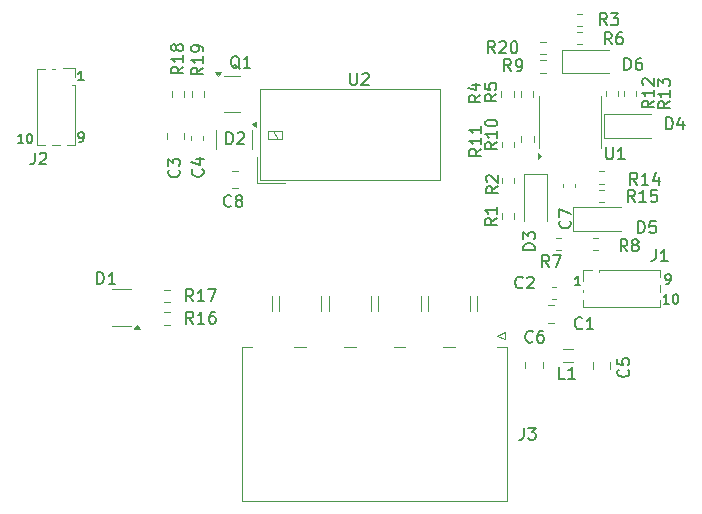
<source format=gbr>
%TF.GenerationSoftware,KiCad,Pcbnew,8.99.0-1891-ge2bd76bdce*%
%TF.CreationDate,2024-11-18T13:52:10+02:00*%
%TF.ProjectId,mini_board_relay_analog,6d696e69-5f62-46f6-9172-645f72656c61,rev?*%
%TF.SameCoordinates,Original*%
%TF.FileFunction,Legend,Top*%
%TF.FilePolarity,Positive*%
%FSLAX46Y46*%
G04 Gerber Fmt 4.6, Leading zero omitted, Abs format (unit mm)*
G04 Created by KiCad (PCBNEW 8.99.0-1891-ge2bd76bdce) date 2024-11-18 13:52:10*
%MOMM*%
%LPD*%
G01*
G04 APERTURE LIST*
%ADD10C,0.200000*%
%ADD11C,0.150000*%
%ADD12C,0.120000*%
G04 APERTURE END LIST*
D10*
X104421101Y-96191695D02*
X103963958Y-96191695D01*
X104192530Y-96191695D02*
X104192530Y-95391695D01*
X104192530Y-95391695D02*
X104116339Y-95505980D01*
X104116339Y-95505980D02*
X104040149Y-95582171D01*
X104040149Y-95582171D02*
X103963958Y-95620266D01*
X153720149Y-113411695D02*
X153872530Y-113411695D01*
X153872530Y-113411695D02*
X153948720Y-113373600D01*
X153948720Y-113373600D02*
X153986816Y-113335504D01*
X153986816Y-113335504D02*
X154063006Y-113221219D01*
X154063006Y-113221219D02*
X154101101Y-113068838D01*
X154101101Y-113068838D02*
X154101101Y-112764076D01*
X154101101Y-112764076D02*
X154063006Y-112687885D01*
X154063006Y-112687885D02*
X154024911Y-112649790D01*
X154024911Y-112649790D02*
X153948720Y-112611695D01*
X153948720Y-112611695D02*
X153796339Y-112611695D01*
X153796339Y-112611695D02*
X153720149Y-112649790D01*
X153720149Y-112649790D02*
X153682054Y-112687885D01*
X153682054Y-112687885D02*
X153643958Y-112764076D01*
X153643958Y-112764076D02*
X153643958Y-112954552D01*
X153643958Y-112954552D02*
X153682054Y-113030742D01*
X153682054Y-113030742D02*
X153720149Y-113068838D01*
X153720149Y-113068838D02*
X153796339Y-113106933D01*
X153796339Y-113106933D02*
X153948720Y-113106933D01*
X153948720Y-113106933D02*
X154024911Y-113068838D01*
X154024911Y-113068838D02*
X154063006Y-113030742D01*
X154063006Y-113030742D02*
X154101101Y-112954552D01*
X99291101Y-101501695D02*
X98833958Y-101501695D01*
X99062530Y-101501695D02*
X99062530Y-100701695D01*
X99062530Y-100701695D02*
X98986339Y-100815980D01*
X98986339Y-100815980D02*
X98910149Y-100892171D01*
X98910149Y-100892171D02*
X98833958Y-100930266D01*
X99786340Y-100701695D02*
X99862530Y-100701695D01*
X99862530Y-100701695D02*
X99938721Y-100739790D01*
X99938721Y-100739790D02*
X99976816Y-100777885D01*
X99976816Y-100777885D02*
X100014911Y-100854076D01*
X100014911Y-100854076D02*
X100053006Y-101006457D01*
X100053006Y-101006457D02*
X100053006Y-101196933D01*
X100053006Y-101196933D02*
X100014911Y-101349314D01*
X100014911Y-101349314D02*
X99976816Y-101425504D01*
X99976816Y-101425504D02*
X99938721Y-101463600D01*
X99938721Y-101463600D02*
X99862530Y-101501695D01*
X99862530Y-101501695D02*
X99786340Y-101501695D01*
X99786340Y-101501695D02*
X99710149Y-101463600D01*
X99710149Y-101463600D02*
X99672054Y-101425504D01*
X99672054Y-101425504D02*
X99633959Y-101349314D01*
X99633959Y-101349314D02*
X99595863Y-101196933D01*
X99595863Y-101196933D02*
X99595863Y-101006457D01*
X99595863Y-101006457D02*
X99633959Y-100854076D01*
X99633959Y-100854076D02*
X99672054Y-100777885D01*
X99672054Y-100777885D02*
X99710149Y-100739790D01*
X99710149Y-100739790D02*
X99786340Y-100701695D01*
X146451101Y-113551695D02*
X145993958Y-113551695D01*
X146222530Y-113551695D02*
X146222530Y-112751695D01*
X146222530Y-112751695D02*
X146146339Y-112865980D01*
X146146339Y-112865980D02*
X146070149Y-112942171D01*
X146070149Y-112942171D02*
X145993958Y-112980266D01*
X104040149Y-101391695D02*
X104192530Y-101391695D01*
X104192530Y-101391695D02*
X104268720Y-101353600D01*
X104268720Y-101353600D02*
X104306816Y-101315504D01*
X104306816Y-101315504D02*
X104383006Y-101201219D01*
X104383006Y-101201219D02*
X104421101Y-101048838D01*
X104421101Y-101048838D02*
X104421101Y-100744076D01*
X104421101Y-100744076D02*
X104383006Y-100667885D01*
X104383006Y-100667885D02*
X104344911Y-100629790D01*
X104344911Y-100629790D02*
X104268720Y-100591695D01*
X104268720Y-100591695D02*
X104116339Y-100591695D01*
X104116339Y-100591695D02*
X104040149Y-100629790D01*
X104040149Y-100629790D02*
X104002054Y-100667885D01*
X104002054Y-100667885D02*
X103963958Y-100744076D01*
X103963958Y-100744076D02*
X103963958Y-100934552D01*
X103963958Y-100934552D02*
X104002054Y-101010742D01*
X104002054Y-101010742D02*
X104040149Y-101048838D01*
X104040149Y-101048838D02*
X104116339Y-101086933D01*
X104116339Y-101086933D02*
X104268720Y-101086933D01*
X104268720Y-101086933D02*
X104344911Y-101048838D01*
X104344911Y-101048838D02*
X104383006Y-101010742D01*
X104383006Y-101010742D02*
X104421101Y-100934552D01*
X153971101Y-115091695D02*
X153513958Y-115091695D01*
X153742530Y-115091695D02*
X153742530Y-114291695D01*
X153742530Y-114291695D02*
X153666339Y-114405980D01*
X153666339Y-114405980D02*
X153590149Y-114482171D01*
X153590149Y-114482171D02*
X153513958Y-114520266D01*
X154466340Y-114291695D02*
X154542530Y-114291695D01*
X154542530Y-114291695D02*
X154618721Y-114329790D01*
X154618721Y-114329790D02*
X154656816Y-114367885D01*
X154656816Y-114367885D02*
X154694911Y-114444076D01*
X154694911Y-114444076D02*
X154733006Y-114596457D01*
X154733006Y-114596457D02*
X154733006Y-114786933D01*
X154733006Y-114786933D02*
X154694911Y-114939314D01*
X154694911Y-114939314D02*
X154656816Y-115015504D01*
X154656816Y-115015504D02*
X154618721Y-115053600D01*
X154618721Y-115053600D02*
X154542530Y-115091695D01*
X154542530Y-115091695D02*
X154466340Y-115091695D01*
X154466340Y-115091695D02*
X154390149Y-115053600D01*
X154390149Y-115053600D02*
X154352054Y-115015504D01*
X154352054Y-115015504D02*
X154313959Y-114939314D01*
X154313959Y-114939314D02*
X154275863Y-114786933D01*
X154275863Y-114786933D02*
X154275863Y-114596457D01*
X154275863Y-114596457D02*
X154313959Y-114444076D01*
X154313959Y-114444076D02*
X154352054Y-114367885D01*
X154352054Y-114367885D02*
X154390149Y-114329790D01*
X154390149Y-114329790D02*
X154466340Y-114291695D01*
D11*
X146603333Y-117159580D02*
X146555714Y-117207200D01*
X146555714Y-117207200D02*
X146412857Y-117254819D01*
X146412857Y-117254819D02*
X146317619Y-117254819D01*
X146317619Y-117254819D02*
X146174762Y-117207200D01*
X146174762Y-117207200D02*
X146079524Y-117111961D01*
X146079524Y-117111961D02*
X146031905Y-117016723D01*
X146031905Y-117016723D02*
X145984286Y-116826247D01*
X145984286Y-116826247D02*
X145984286Y-116683390D01*
X145984286Y-116683390D02*
X146031905Y-116492914D01*
X146031905Y-116492914D02*
X146079524Y-116397676D01*
X146079524Y-116397676D02*
X146174762Y-116302438D01*
X146174762Y-116302438D02*
X146317619Y-116254819D01*
X146317619Y-116254819D02*
X146412857Y-116254819D01*
X146412857Y-116254819D02*
X146555714Y-116302438D01*
X146555714Y-116302438D02*
X146603333Y-116350057D01*
X147555714Y-117254819D02*
X146984286Y-117254819D01*
X147270000Y-117254819D02*
X147270000Y-116254819D01*
X147270000Y-116254819D02*
X147174762Y-116397676D01*
X147174762Y-116397676D02*
X147079524Y-116492914D01*
X147079524Y-116492914D02*
X146984286Y-116540533D01*
X112449580Y-103766666D02*
X112497200Y-103814285D01*
X112497200Y-103814285D02*
X112544819Y-103957142D01*
X112544819Y-103957142D02*
X112544819Y-104052380D01*
X112544819Y-104052380D02*
X112497200Y-104195237D01*
X112497200Y-104195237D02*
X112401961Y-104290475D01*
X112401961Y-104290475D02*
X112306723Y-104338094D01*
X112306723Y-104338094D02*
X112116247Y-104385713D01*
X112116247Y-104385713D02*
X111973390Y-104385713D01*
X111973390Y-104385713D02*
X111782914Y-104338094D01*
X111782914Y-104338094D02*
X111687676Y-104290475D01*
X111687676Y-104290475D02*
X111592438Y-104195237D01*
X111592438Y-104195237D02*
X111544819Y-104052380D01*
X111544819Y-104052380D02*
X111544819Y-103957142D01*
X111544819Y-103957142D02*
X111592438Y-103814285D01*
X111592438Y-103814285D02*
X111640057Y-103766666D01*
X111544819Y-103433332D02*
X111544819Y-102814285D01*
X111544819Y-102814285D02*
X111925771Y-103147618D01*
X111925771Y-103147618D02*
X111925771Y-103004761D01*
X111925771Y-103004761D02*
X111973390Y-102909523D01*
X111973390Y-102909523D02*
X112021009Y-102861904D01*
X112021009Y-102861904D02*
X112116247Y-102814285D01*
X112116247Y-102814285D02*
X112354342Y-102814285D01*
X112354342Y-102814285D02*
X112449580Y-102861904D01*
X112449580Y-102861904D02*
X112497200Y-102909523D01*
X112497200Y-102909523D02*
X112544819Y-103004761D01*
X112544819Y-103004761D02*
X112544819Y-103290475D01*
X112544819Y-103290475D02*
X112497200Y-103385713D01*
X112497200Y-103385713D02*
X112449580Y-103433332D01*
X152674819Y-97917857D02*
X152198628Y-98251190D01*
X152674819Y-98489285D02*
X151674819Y-98489285D01*
X151674819Y-98489285D02*
X151674819Y-98108333D01*
X151674819Y-98108333D02*
X151722438Y-98013095D01*
X151722438Y-98013095D02*
X151770057Y-97965476D01*
X151770057Y-97965476D02*
X151865295Y-97917857D01*
X151865295Y-97917857D02*
X152008152Y-97917857D01*
X152008152Y-97917857D02*
X152103390Y-97965476D01*
X152103390Y-97965476D02*
X152151009Y-98013095D01*
X152151009Y-98013095D02*
X152198628Y-98108333D01*
X152198628Y-98108333D02*
X152198628Y-98489285D01*
X152674819Y-96965476D02*
X152674819Y-97536904D01*
X152674819Y-97251190D02*
X151674819Y-97251190D01*
X151674819Y-97251190D02*
X151817676Y-97346428D01*
X151817676Y-97346428D02*
X151912914Y-97441666D01*
X151912914Y-97441666D02*
X151960533Y-97536904D01*
X151770057Y-96584523D02*
X151722438Y-96536904D01*
X151722438Y-96536904D02*
X151674819Y-96441666D01*
X151674819Y-96441666D02*
X151674819Y-96203571D01*
X151674819Y-96203571D02*
X151722438Y-96108333D01*
X151722438Y-96108333D02*
X151770057Y-96060714D01*
X151770057Y-96060714D02*
X151865295Y-96013095D01*
X151865295Y-96013095D02*
X151960533Y-96013095D01*
X151960533Y-96013095D02*
X152103390Y-96060714D01*
X152103390Y-96060714D02*
X152674819Y-96632142D01*
X152674819Y-96632142D02*
X152674819Y-96013095D01*
X153711905Y-100334819D02*
X153711905Y-99334819D01*
X153711905Y-99334819D02*
X153950000Y-99334819D01*
X153950000Y-99334819D02*
X154092857Y-99382438D01*
X154092857Y-99382438D02*
X154188095Y-99477676D01*
X154188095Y-99477676D02*
X154235714Y-99572914D01*
X154235714Y-99572914D02*
X154283333Y-99763390D01*
X154283333Y-99763390D02*
X154283333Y-99906247D01*
X154283333Y-99906247D02*
X154235714Y-100096723D01*
X154235714Y-100096723D02*
X154188095Y-100191961D01*
X154188095Y-100191961D02*
X154092857Y-100287200D01*
X154092857Y-100287200D02*
X153950000Y-100334819D01*
X153950000Y-100334819D02*
X153711905Y-100334819D01*
X155140476Y-99668152D02*
X155140476Y-100334819D01*
X154902381Y-99287200D02*
X154664286Y-100001485D01*
X154664286Y-100001485D02*
X155283333Y-100001485D01*
X116491905Y-101594819D02*
X116491905Y-100594819D01*
X116491905Y-100594819D02*
X116730000Y-100594819D01*
X116730000Y-100594819D02*
X116872857Y-100642438D01*
X116872857Y-100642438D02*
X116968095Y-100737676D01*
X116968095Y-100737676D02*
X117015714Y-100832914D01*
X117015714Y-100832914D02*
X117063333Y-101023390D01*
X117063333Y-101023390D02*
X117063333Y-101166247D01*
X117063333Y-101166247D02*
X117015714Y-101356723D01*
X117015714Y-101356723D02*
X116968095Y-101451961D01*
X116968095Y-101451961D02*
X116872857Y-101547200D01*
X116872857Y-101547200D02*
X116730000Y-101594819D01*
X116730000Y-101594819D02*
X116491905Y-101594819D01*
X117444286Y-100690057D02*
X117491905Y-100642438D01*
X117491905Y-100642438D02*
X117587143Y-100594819D01*
X117587143Y-100594819D02*
X117825238Y-100594819D01*
X117825238Y-100594819D02*
X117920476Y-100642438D01*
X117920476Y-100642438D02*
X117968095Y-100690057D01*
X117968095Y-100690057D02*
X118015714Y-100785295D01*
X118015714Y-100785295D02*
X118015714Y-100880533D01*
X118015714Y-100880533D02*
X117968095Y-101023390D01*
X117968095Y-101023390D02*
X117396667Y-101594819D01*
X117396667Y-101594819D02*
X118015714Y-101594819D01*
X139364819Y-107856666D02*
X138888628Y-108189999D01*
X139364819Y-108428094D02*
X138364819Y-108428094D01*
X138364819Y-108428094D02*
X138364819Y-108047142D01*
X138364819Y-108047142D02*
X138412438Y-107951904D01*
X138412438Y-107951904D02*
X138460057Y-107904285D01*
X138460057Y-107904285D02*
X138555295Y-107856666D01*
X138555295Y-107856666D02*
X138698152Y-107856666D01*
X138698152Y-107856666D02*
X138793390Y-107904285D01*
X138793390Y-107904285D02*
X138841009Y-107951904D01*
X138841009Y-107951904D02*
X138888628Y-108047142D01*
X138888628Y-108047142D02*
X138888628Y-108428094D01*
X139364819Y-106904285D02*
X139364819Y-107475713D01*
X139364819Y-107189999D02*
X138364819Y-107189999D01*
X138364819Y-107189999D02*
X138507676Y-107285237D01*
X138507676Y-107285237D02*
X138602914Y-107380475D01*
X138602914Y-107380475D02*
X138650533Y-107475713D01*
X148648095Y-101874819D02*
X148648095Y-102684342D01*
X148648095Y-102684342D02*
X148695714Y-102779580D01*
X148695714Y-102779580D02*
X148743333Y-102827200D01*
X148743333Y-102827200D02*
X148838571Y-102874819D01*
X148838571Y-102874819D02*
X149029047Y-102874819D01*
X149029047Y-102874819D02*
X149124285Y-102827200D01*
X149124285Y-102827200D02*
X149171904Y-102779580D01*
X149171904Y-102779580D02*
X149219523Y-102684342D01*
X149219523Y-102684342D02*
X149219523Y-101874819D01*
X150219523Y-102874819D02*
X149648095Y-102874819D01*
X149933809Y-102874819D02*
X149933809Y-101874819D01*
X149933809Y-101874819D02*
X149838571Y-102017676D01*
X149838571Y-102017676D02*
X149743333Y-102112914D01*
X149743333Y-102112914D02*
X149648095Y-102160533D01*
X145163333Y-121464819D02*
X144687143Y-121464819D01*
X144687143Y-121464819D02*
X144687143Y-120464819D01*
X146020476Y-121464819D02*
X145449048Y-121464819D01*
X145734762Y-121464819D02*
X145734762Y-120464819D01*
X145734762Y-120464819D02*
X145639524Y-120607676D01*
X145639524Y-120607676D02*
X145544286Y-120702914D01*
X145544286Y-120702914D02*
X145449048Y-120750533D01*
X137984819Y-97426666D02*
X137508628Y-97759999D01*
X137984819Y-97998094D02*
X136984819Y-97998094D01*
X136984819Y-97998094D02*
X136984819Y-97617142D01*
X136984819Y-97617142D02*
X137032438Y-97521904D01*
X137032438Y-97521904D02*
X137080057Y-97474285D01*
X137080057Y-97474285D02*
X137175295Y-97426666D01*
X137175295Y-97426666D02*
X137318152Y-97426666D01*
X137318152Y-97426666D02*
X137413390Y-97474285D01*
X137413390Y-97474285D02*
X137461009Y-97521904D01*
X137461009Y-97521904D02*
X137508628Y-97617142D01*
X137508628Y-97617142D02*
X137508628Y-97998094D01*
X137318152Y-96569523D02*
X137984819Y-96569523D01*
X136937200Y-96807618D02*
X137651485Y-97045713D01*
X137651485Y-97045713D02*
X137651485Y-96426666D01*
X114514819Y-95122857D02*
X114038628Y-95456190D01*
X114514819Y-95694285D02*
X113514819Y-95694285D01*
X113514819Y-95694285D02*
X113514819Y-95313333D01*
X113514819Y-95313333D02*
X113562438Y-95218095D01*
X113562438Y-95218095D02*
X113610057Y-95170476D01*
X113610057Y-95170476D02*
X113705295Y-95122857D01*
X113705295Y-95122857D02*
X113848152Y-95122857D01*
X113848152Y-95122857D02*
X113943390Y-95170476D01*
X113943390Y-95170476D02*
X113991009Y-95218095D01*
X113991009Y-95218095D02*
X114038628Y-95313333D01*
X114038628Y-95313333D02*
X114038628Y-95694285D01*
X114514819Y-94170476D02*
X114514819Y-94741904D01*
X114514819Y-94456190D02*
X113514819Y-94456190D01*
X113514819Y-94456190D02*
X113657676Y-94551428D01*
X113657676Y-94551428D02*
X113752914Y-94646666D01*
X113752914Y-94646666D02*
X113800533Y-94741904D01*
X114514819Y-93694285D02*
X114514819Y-93503809D01*
X114514819Y-93503809D02*
X114467200Y-93408571D01*
X114467200Y-93408571D02*
X114419580Y-93360952D01*
X114419580Y-93360952D02*
X114276723Y-93265714D01*
X114276723Y-93265714D02*
X114086247Y-93218095D01*
X114086247Y-93218095D02*
X113705295Y-93218095D01*
X113705295Y-93218095D02*
X113610057Y-93265714D01*
X113610057Y-93265714D02*
X113562438Y-93313333D01*
X113562438Y-93313333D02*
X113514819Y-93408571D01*
X113514819Y-93408571D02*
X113514819Y-93599047D01*
X113514819Y-93599047D02*
X113562438Y-93694285D01*
X113562438Y-93694285D02*
X113610057Y-93741904D01*
X113610057Y-93741904D02*
X113705295Y-93789523D01*
X113705295Y-93789523D02*
X113943390Y-93789523D01*
X113943390Y-93789523D02*
X114038628Y-93741904D01*
X114038628Y-93741904D02*
X114086247Y-93694285D01*
X114086247Y-93694285D02*
X114133866Y-93599047D01*
X114133866Y-93599047D02*
X114133866Y-93408571D01*
X114133866Y-93408571D02*
X114086247Y-93313333D01*
X114086247Y-93313333D02*
X114038628Y-93265714D01*
X114038628Y-93265714D02*
X113943390Y-93218095D01*
X139227142Y-93884819D02*
X138893809Y-93408628D01*
X138655714Y-93884819D02*
X138655714Y-92884819D01*
X138655714Y-92884819D02*
X139036666Y-92884819D01*
X139036666Y-92884819D02*
X139131904Y-92932438D01*
X139131904Y-92932438D02*
X139179523Y-92980057D01*
X139179523Y-92980057D02*
X139227142Y-93075295D01*
X139227142Y-93075295D02*
X139227142Y-93218152D01*
X139227142Y-93218152D02*
X139179523Y-93313390D01*
X139179523Y-93313390D02*
X139131904Y-93361009D01*
X139131904Y-93361009D02*
X139036666Y-93408628D01*
X139036666Y-93408628D02*
X138655714Y-93408628D01*
X139608095Y-92980057D02*
X139655714Y-92932438D01*
X139655714Y-92932438D02*
X139750952Y-92884819D01*
X139750952Y-92884819D02*
X139989047Y-92884819D01*
X139989047Y-92884819D02*
X140084285Y-92932438D01*
X140084285Y-92932438D02*
X140131904Y-92980057D01*
X140131904Y-92980057D02*
X140179523Y-93075295D01*
X140179523Y-93075295D02*
X140179523Y-93170533D01*
X140179523Y-93170533D02*
X140131904Y-93313390D01*
X140131904Y-93313390D02*
X139560476Y-93884819D01*
X139560476Y-93884819D02*
X140179523Y-93884819D01*
X140798571Y-92884819D02*
X140893809Y-92884819D01*
X140893809Y-92884819D02*
X140989047Y-92932438D01*
X140989047Y-92932438D02*
X141036666Y-92980057D01*
X141036666Y-92980057D02*
X141084285Y-93075295D01*
X141084285Y-93075295D02*
X141131904Y-93265771D01*
X141131904Y-93265771D02*
X141131904Y-93503866D01*
X141131904Y-93503866D02*
X141084285Y-93694342D01*
X141084285Y-93694342D02*
X141036666Y-93789580D01*
X141036666Y-93789580D02*
X140989047Y-93837200D01*
X140989047Y-93837200D02*
X140893809Y-93884819D01*
X140893809Y-93884819D02*
X140798571Y-93884819D01*
X140798571Y-93884819D02*
X140703333Y-93837200D01*
X140703333Y-93837200D02*
X140655714Y-93789580D01*
X140655714Y-93789580D02*
X140608095Y-93694342D01*
X140608095Y-93694342D02*
X140560476Y-93503866D01*
X140560476Y-93503866D02*
X140560476Y-93265771D01*
X140560476Y-93265771D02*
X140608095Y-93075295D01*
X140608095Y-93075295D02*
X140655714Y-92980057D01*
X140655714Y-92980057D02*
X140703333Y-92932438D01*
X140703333Y-92932438D02*
X140798571Y-92884819D01*
X142614819Y-110558094D02*
X141614819Y-110558094D01*
X141614819Y-110558094D02*
X141614819Y-110319999D01*
X141614819Y-110319999D02*
X141662438Y-110177142D01*
X141662438Y-110177142D02*
X141757676Y-110081904D01*
X141757676Y-110081904D02*
X141852914Y-110034285D01*
X141852914Y-110034285D02*
X142043390Y-109986666D01*
X142043390Y-109986666D02*
X142186247Y-109986666D01*
X142186247Y-109986666D02*
X142376723Y-110034285D01*
X142376723Y-110034285D02*
X142471961Y-110081904D01*
X142471961Y-110081904D02*
X142567200Y-110177142D01*
X142567200Y-110177142D02*
X142614819Y-110319999D01*
X142614819Y-110319999D02*
X142614819Y-110558094D01*
X141614819Y-109653332D02*
X141614819Y-109034285D01*
X141614819Y-109034285D02*
X141995771Y-109367618D01*
X141995771Y-109367618D02*
X141995771Y-109224761D01*
X141995771Y-109224761D02*
X142043390Y-109129523D01*
X142043390Y-109129523D02*
X142091009Y-109081904D01*
X142091009Y-109081904D02*
X142186247Y-109034285D01*
X142186247Y-109034285D02*
X142424342Y-109034285D01*
X142424342Y-109034285D02*
X142519580Y-109081904D01*
X142519580Y-109081904D02*
X142567200Y-109129523D01*
X142567200Y-109129523D02*
X142614819Y-109224761D01*
X142614819Y-109224761D02*
X142614819Y-109510475D01*
X142614819Y-109510475D02*
X142567200Y-109605713D01*
X142567200Y-109605713D02*
X142519580Y-109653332D01*
X139464819Y-105176666D02*
X138988628Y-105509999D01*
X139464819Y-105748094D02*
X138464819Y-105748094D01*
X138464819Y-105748094D02*
X138464819Y-105367142D01*
X138464819Y-105367142D02*
X138512438Y-105271904D01*
X138512438Y-105271904D02*
X138560057Y-105224285D01*
X138560057Y-105224285D02*
X138655295Y-105176666D01*
X138655295Y-105176666D02*
X138798152Y-105176666D01*
X138798152Y-105176666D02*
X138893390Y-105224285D01*
X138893390Y-105224285D02*
X138941009Y-105271904D01*
X138941009Y-105271904D02*
X138988628Y-105367142D01*
X138988628Y-105367142D02*
X138988628Y-105748094D01*
X138560057Y-104795713D02*
X138512438Y-104748094D01*
X138512438Y-104748094D02*
X138464819Y-104652856D01*
X138464819Y-104652856D02*
X138464819Y-104414761D01*
X138464819Y-104414761D02*
X138512438Y-104319523D01*
X138512438Y-104319523D02*
X138560057Y-104271904D01*
X138560057Y-104271904D02*
X138655295Y-104224285D01*
X138655295Y-104224285D02*
X138750533Y-104224285D01*
X138750533Y-104224285D02*
X138893390Y-104271904D01*
X138893390Y-104271904D02*
X139464819Y-104843332D01*
X139464819Y-104843332D02*
X139464819Y-104224285D01*
X149103333Y-93134819D02*
X148770000Y-92658628D01*
X148531905Y-93134819D02*
X148531905Y-92134819D01*
X148531905Y-92134819D02*
X148912857Y-92134819D01*
X148912857Y-92134819D02*
X149008095Y-92182438D01*
X149008095Y-92182438D02*
X149055714Y-92230057D01*
X149055714Y-92230057D02*
X149103333Y-92325295D01*
X149103333Y-92325295D02*
X149103333Y-92468152D01*
X149103333Y-92468152D02*
X149055714Y-92563390D01*
X149055714Y-92563390D02*
X149008095Y-92611009D01*
X149008095Y-92611009D02*
X148912857Y-92658628D01*
X148912857Y-92658628D02*
X148531905Y-92658628D01*
X149960476Y-92134819D02*
X149770000Y-92134819D01*
X149770000Y-92134819D02*
X149674762Y-92182438D01*
X149674762Y-92182438D02*
X149627143Y-92230057D01*
X149627143Y-92230057D02*
X149531905Y-92372914D01*
X149531905Y-92372914D02*
X149484286Y-92563390D01*
X149484286Y-92563390D02*
X149484286Y-92944342D01*
X149484286Y-92944342D02*
X149531905Y-93039580D01*
X149531905Y-93039580D02*
X149579524Y-93087200D01*
X149579524Y-93087200D02*
X149674762Y-93134819D01*
X149674762Y-93134819D02*
X149865238Y-93134819D01*
X149865238Y-93134819D02*
X149960476Y-93087200D01*
X149960476Y-93087200D02*
X150008095Y-93039580D01*
X150008095Y-93039580D02*
X150055714Y-92944342D01*
X150055714Y-92944342D02*
X150055714Y-92706247D01*
X150055714Y-92706247D02*
X150008095Y-92611009D01*
X150008095Y-92611009D02*
X149960476Y-92563390D01*
X149960476Y-92563390D02*
X149865238Y-92515771D01*
X149865238Y-92515771D02*
X149674762Y-92515771D01*
X149674762Y-92515771D02*
X149579524Y-92563390D01*
X149579524Y-92563390D02*
X149531905Y-92611009D01*
X149531905Y-92611009D02*
X149484286Y-92706247D01*
X138054819Y-101982857D02*
X137578628Y-102316190D01*
X138054819Y-102554285D02*
X137054819Y-102554285D01*
X137054819Y-102554285D02*
X137054819Y-102173333D01*
X137054819Y-102173333D02*
X137102438Y-102078095D01*
X137102438Y-102078095D02*
X137150057Y-102030476D01*
X137150057Y-102030476D02*
X137245295Y-101982857D01*
X137245295Y-101982857D02*
X137388152Y-101982857D01*
X137388152Y-101982857D02*
X137483390Y-102030476D01*
X137483390Y-102030476D02*
X137531009Y-102078095D01*
X137531009Y-102078095D02*
X137578628Y-102173333D01*
X137578628Y-102173333D02*
X137578628Y-102554285D01*
X138054819Y-101030476D02*
X138054819Y-101601904D01*
X138054819Y-101316190D02*
X137054819Y-101316190D01*
X137054819Y-101316190D02*
X137197676Y-101411428D01*
X137197676Y-101411428D02*
X137292914Y-101506666D01*
X137292914Y-101506666D02*
X137340533Y-101601904D01*
X138054819Y-100078095D02*
X138054819Y-100649523D01*
X138054819Y-100363809D02*
X137054819Y-100363809D01*
X137054819Y-100363809D02*
X137197676Y-100459047D01*
X137197676Y-100459047D02*
X137292914Y-100554285D01*
X137292914Y-100554285D02*
X137340533Y-100649523D01*
X113677142Y-114884819D02*
X113343809Y-114408628D01*
X113105714Y-114884819D02*
X113105714Y-113884819D01*
X113105714Y-113884819D02*
X113486666Y-113884819D01*
X113486666Y-113884819D02*
X113581904Y-113932438D01*
X113581904Y-113932438D02*
X113629523Y-113980057D01*
X113629523Y-113980057D02*
X113677142Y-114075295D01*
X113677142Y-114075295D02*
X113677142Y-114218152D01*
X113677142Y-114218152D02*
X113629523Y-114313390D01*
X113629523Y-114313390D02*
X113581904Y-114361009D01*
X113581904Y-114361009D02*
X113486666Y-114408628D01*
X113486666Y-114408628D02*
X113105714Y-114408628D01*
X114629523Y-114884819D02*
X114058095Y-114884819D01*
X114343809Y-114884819D02*
X114343809Y-113884819D01*
X114343809Y-113884819D02*
X114248571Y-114027676D01*
X114248571Y-114027676D02*
X114153333Y-114122914D01*
X114153333Y-114122914D02*
X114058095Y-114170533D01*
X114962857Y-113884819D02*
X115629523Y-113884819D01*
X115629523Y-113884819D02*
X115200952Y-114884819D01*
X142423333Y-118299580D02*
X142375714Y-118347200D01*
X142375714Y-118347200D02*
X142232857Y-118394819D01*
X142232857Y-118394819D02*
X142137619Y-118394819D01*
X142137619Y-118394819D02*
X141994762Y-118347200D01*
X141994762Y-118347200D02*
X141899524Y-118251961D01*
X141899524Y-118251961D02*
X141851905Y-118156723D01*
X141851905Y-118156723D02*
X141804286Y-117966247D01*
X141804286Y-117966247D02*
X141804286Y-117823390D01*
X141804286Y-117823390D02*
X141851905Y-117632914D01*
X141851905Y-117632914D02*
X141899524Y-117537676D01*
X141899524Y-117537676D02*
X141994762Y-117442438D01*
X141994762Y-117442438D02*
X142137619Y-117394819D01*
X142137619Y-117394819D02*
X142232857Y-117394819D01*
X142232857Y-117394819D02*
X142375714Y-117442438D01*
X142375714Y-117442438D02*
X142423333Y-117490057D01*
X143280476Y-117394819D02*
X143090000Y-117394819D01*
X143090000Y-117394819D02*
X142994762Y-117442438D01*
X142994762Y-117442438D02*
X142947143Y-117490057D01*
X142947143Y-117490057D02*
X142851905Y-117632914D01*
X142851905Y-117632914D02*
X142804286Y-117823390D01*
X142804286Y-117823390D02*
X142804286Y-118204342D01*
X142804286Y-118204342D02*
X142851905Y-118299580D01*
X142851905Y-118299580D02*
X142899524Y-118347200D01*
X142899524Y-118347200D02*
X142994762Y-118394819D01*
X142994762Y-118394819D02*
X143185238Y-118394819D01*
X143185238Y-118394819D02*
X143280476Y-118347200D01*
X143280476Y-118347200D02*
X143328095Y-118299580D01*
X143328095Y-118299580D02*
X143375714Y-118204342D01*
X143375714Y-118204342D02*
X143375714Y-117966247D01*
X143375714Y-117966247D02*
X143328095Y-117871009D01*
X143328095Y-117871009D02*
X143280476Y-117823390D01*
X143280476Y-117823390D02*
X143185238Y-117775771D01*
X143185238Y-117775771D02*
X142994762Y-117775771D01*
X142994762Y-117775771D02*
X142899524Y-117823390D01*
X142899524Y-117823390D02*
X142851905Y-117871009D01*
X142851905Y-117871009D02*
X142804286Y-117966247D01*
X117614761Y-95220057D02*
X117519523Y-95172438D01*
X117519523Y-95172438D02*
X117424285Y-95077200D01*
X117424285Y-95077200D02*
X117281428Y-94934342D01*
X117281428Y-94934342D02*
X117186190Y-94886723D01*
X117186190Y-94886723D02*
X117090952Y-94886723D01*
X117138571Y-95124819D02*
X117043333Y-95077200D01*
X117043333Y-95077200D02*
X116948095Y-94981961D01*
X116948095Y-94981961D02*
X116900476Y-94791485D01*
X116900476Y-94791485D02*
X116900476Y-94458152D01*
X116900476Y-94458152D02*
X116948095Y-94267676D01*
X116948095Y-94267676D02*
X117043333Y-94172438D01*
X117043333Y-94172438D02*
X117138571Y-94124819D01*
X117138571Y-94124819D02*
X117329047Y-94124819D01*
X117329047Y-94124819D02*
X117424285Y-94172438D01*
X117424285Y-94172438D02*
X117519523Y-94267676D01*
X117519523Y-94267676D02*
X117567142Y-94458152D01*
X117567142Y-94458152D02*
X117567142Y-94791485D01*
X117567142Y-94791485D02*
X117519523Y-94981961D01*
X117519523Y-94981961D02*
X117424285Y-95077200D01*
X117424285Y-95077200D02*
X117329047Y-95124819D01*
X117329047Y-95124819D02*
X117138571Y-95124819D01*
X118519523Y-95124819D02*
X117948095Y-95124819D01*
X118233809Y-95124819D02*
X118233809Y-94124819D01*
X118233809Y-94124819D02*
X118138571Y-94267676D01*
X118138571Y-94267676D02*
X118043333Y-94362914D01*
X118043333Y-94362914D02*
X117948095Y-94410533D01*
X139344819Y-97346666D02*
X138868628Y-97679999D01*
X139344819Y-97918094D02*
X138344819Y-97918094D01*
X138344819Y-97918094D02*
X138344819Y-97537142D01*
X138344819Y-97537142D02*
X138392438Y-97441904D01*
X138392438Y-97441904D02*
X138440057Y-97394285D01*
X138440057Y-97394285D02*
X138535295Y-97346666D01*
X138535295Y-97346666D02*
X138678152Y-97346666D01*
X138678152Y-97346666D02*
X138773390Y-97394285D01*
X138773390Y-97394285D02*
X138821009Y-97441904D01*
X138821009Y-97441904D02*
X138868628Y-97537142D01*
X138868628Y-97537142D02*
X138868628Y-97918094D01*
X138344819Y-96441904D02*
X138344819Y-96918094D01*
X138344819Y-96918094D02*
X138821009Y-96965713D01*
X138821009Y-96965713D02*
X138773390Y-96918094D01*
X138773390Y-96918094D02*
X138725771Y-96822856D01*
X138725771Y-96822856D02*
X138725771Y-96584761D01*
X138725771Y-96584761D02*
X138773390Y-96489523D01*
X138773390Y-96489523D02*
X138821009Y-96441904D01*
X138821009Y-96441904D02*
X138916247Y-96394285D01*
X138916247Y-96394285D02*
X139154342Y-96394285D01*
X139154342Y-96394285D02*
X139249580Y-96441904D01*
X139249580Y-96441904D02*
X139297200Y-96489523D01*
X139297200Y-96489523D02*
X139344819Y-96584761D01*
X139344819Y-96584761D02*
X139344819Y-96822856D01*
X139344819Y-96822856D02*
X139297200Y-96918094D01*
X139297200Y-96918094D02*
X139249580Y-96965713D01*
X112824819Y-95032857D02*
X112348628Y-95366190D01*
X112824819Y-95604285D02*
X111824819Y-95604285D01*
X111824819Y-95604285D02*
X111824819Y-95223333D01*
X111824819Y-95223333D02*
X111872438Y-95128095D01*
X111872438Y-95128095D02*
X111920057Y-95080476D01*
X111920057Y-95080476D02*
X112015295Y-95032857D01*
X112015295Y-95032857D02*
X112158152Y-95032857D01*
X112158152Y-95032857D02*
X112253390Y-95080476D01*
X112253390Y-95080476D02*
X112301009Y-95128095D01*
X112301009Y-95128095D02*
X112348628Y-95223333D01*
X112348628Y-95223333D02*
X112348628Y-95604285D01*
X112824819Y-94080476D02*
X112824819Y-94651904D01*
X112824819Y-94366190D02*
X111824819Y-94366190D01*
X111824819Y-94366190D02*
X111967676Y-94461428D01*
X111967676Y-94461428D02*
X112062914Y-94556666D01*
X112062914Y-94556666D02*
X112110533Y-94651904D01*
X112253390Y-93509047D02*
X112205771Y-93604285D01*
X112205771Y-93604285D02*
X112158152Y-93651904D01*
X112158152Y-93651904D02*
X112062914Y-93699523D01*
X112062914Y-93699523D02*
X112015295Y-93699523D01*
X112015295Y-93699523D02*
X111920057Y-93651904D01*
X111920057Y-93651904D02*
X111872438Y-93604285D01*
X111872438Y-93604285D02*
X111824819Y-93509047D01*
X111824819Y-93509047D02*
X111824819Y-93318571D01*
X111824819Y-93318571D02*
X111872438Y-93223333D01*
X111872438Y-93223333D02*
X111920057Y-93175714D01*
X111920057Y-93175714D02*
X112015295Y-93128095D01*
X112015295Y-93128095D02*
X112062914Y-93128095D01*
X112062914Y-93128095D02*
X112158152Y-93175714D01*
X112158152Y-93175714D02*
X112205771Y-93223333D01*
X112205771Y-93223333D02*
X112253390Y-93318571D01*
X112253390Y-93318571D02*
X112253390Y-93509047D01*
X112253390Y-93509047D02*
X112301009Y-93604285D01*
X112301009Y-93604285D02*
X112348628Y-93651904D01*
X112348628Y-93651904D02*
X112443866Y-93699523D01*
X112443866Y-93699523D02*
X112634342Y-93699523D01*
X112634342Y-93699523D02*
X112729580Y-93651904D01*
X112729580Y-93651904D02*
X112777200Y-93604285D01*
X112777200Y-93604285D02*
X112824819Y-93509047D01*
X112824819Y-93509047D02*
X112824819Y-93318571D01*
X112824819Y-93318571D02*
X112777200Y-93223333D01*
X112777200Y-93223333D02*
X112729580Y-93175714D01*
X112729580Y-93175714D02*
X112634342Y-93128095D01*
X112634342Y-93128095D02*
X112443866Y-93128095D01*
X112443866Y-93128095D02*
X112348628Y-93175714D01*
X112348628Y-93175714D02*
X112301009Y-93223333D01*
X112301009Y-93223333D02*
X112253390Y-93318571D01*
X151077142Y-106484819D02*
X150743809Y-106008628D01*
X150505714Y-106484819D02*
X150505714Y-105484819D01*
X150505714Y-105484819D02*
X150886666Y-105484819D01*
X150886666Y-105484819D02*
X150981904Y-105532438D01*
X150981904Y-105532438D02*
X151029523Y-105580057D01*
X151029523Y-105580057D02*
X151077142Y-105675295D01*
X151077142Y-105675295D02*
X151077142Y-105818152D01*
X151077142Y-105818152D02*
X151029523Y-105913390D01*
X151029523Y-105913390D02*
X150981904Y-105961009D01*
X150981904Y-105961009D02*
X150886666Y-106008628D01*
X150886666Y-106008628D02*
X150505714Y-106008628D01*
X152029523Y-106484819D02*
X151458095Y-106484819D01*
X151743809Y-106484819D02*
X151743809Y-105484819D01*
X151743809Y-105484819D02*
X151648571Y-105627676D01*
X151648571Y-105627676D02*
X151553333Y-105722914D01*
X151553333Y-105722914D02*
X151458095Y-105770533D01*
X152934285Y-105484819D02*
X152458095Y-105484819D01*
X152458095Y-105484819D02*
X152410476Y-105961009D01*
X152410476Y-105961009D02*
X152458095Y-105913390D01*
X152458095Y-105913390D02*
X152553333Y-105865771D01*
X152553333Y-105865771D02*
X152791428Y-105865771D01*
X152791428Y-105865771D02*
X152886666Y-105913390D01*
X152886666Y-105913390D02*
X152934285Y-105961009D01*
X152934285Y-105961009D02*
X152981904Y-106056247D01*
X152981904Y-106056247D02*
X152981904Y-106294342D01*
X152981904Y-106294342D02*
X152934285Y-106389580D01*
X152934285Y-106389580D02*
X152886666Y-106437200D01*
X152886666Y-106437200D02*
X152791428Y-106484819D01*
X152791428Y-106484819D02*
X152553333Y-106484819D01*
X152553333Y-106484819D02*
X152458095Y-106437200D01*
X152458095Y-106437200D02*
X152410476Y-106389580D01*
X154034819Y-97972857D02*
X153558628Y-98306190D01*
X154034819Y-98544285D02*
X153034819Y-98544285D01*
X153034819Y-98544285D02*
X153034819Y-98163333D01*
X153034819Y-98163333D02*
X153082438Y-98068095D01*
X153082438Y-98068095D02*
X153130057Y-98020476D01*
X153130057Y-98020476D02*
X153225295Y-97972857D01*
X153225295Y-97972857D02*
X153368152Y-97972857D01*
X153368152Y-97972857D02*
X153463390Y-98020476D01*
X153463390Y-98020476D02*
X153511009Y-98068095D01*
X153511009Y-98068095D02*
X153558628Y-98163333D01*
X153558628Y-98163333D02*
X153558628Y-98544285D01*
X154034819Y-97020476D02*
X154034819Y-97591904D01*
X154034819Y-97306190D02*
X153034819Y-97306190D01*
X153034819Y-97306190D02*
X153177676Y-97401428D01*
X153177676Y-97401428D02*
X153272914Y-97496666D01*
X153272914Y-97496666D02*
X153320533Y-97591904D01*
X153034819Y-96687142D02*
X153034819Y-96068095D01*
X153034819Y-96068095D02*
X153415771Y-96401428D01*
X153415771Y-96401428D02*
X153415771Y-96258571D01*
X153415771Y-96258571D02*
X153463390Y-96163333D01*
X153463390Y-96163333D02*
X153511009Y-96115714D01*
X153511009Y-96115714D02*
X153606247Y-96068095D01*
X153606247Y-96068095D02*
X153844342Y-96068095D01*
X153844342Y-96068095D02*
X153939580Y-96115714D01*
X153939580Y-96115714D02*
X153987200Y-96163333D01*
X153987200Y-96163333D02*
X154034819Y-96258571D01*
X154034819Y-96258571D02*
X154034819Y-96544285D01*
X154034819Y-96544285D02*
X153987200Y-96639523D01*
X153987200Y-96639523D02*
X153939580Y-96687142D01*
X140583333Y-95404819D02*
X140250000Y-94928628D01*
X140011905Y-95404819D02*
X140011905Y-94404819D01*
X140011905Y-94404819D02*
X140392857Y-94404819D01*
X140392857Y-94404819D02*
X140488095Y-94452438D01*
X140488095Y-94452438D02*
X140535714Y-94500057D01*
X140535714Y-94500057D02*
X140583333Y-94595295D01*
X140583333Y-94595295D02*
X140583333Y-94738152D01*
X140583333Y-94738152D02*
X140535714Y-94833390D01*
X140535714Y-94833390D02*
X140488095Y-94881009D01*
X140488095Y-94881009D02*
X140392857Y-94928628D01*
X140392857Y-94928628D02*
X140011905Y-94928628D01*
X141059524Y-95404819D02*
X141250000Y-95404819D01*
X141250000Y-95404819D02*
X141345238Y-95357200D01*
X141345238Y-95357200D02*
X141392857Y-95309580D01*
X141392857Y-95309580D02*
X141488095Y-95166723D01*
X141488095Y-95166723D02*
X141535714Y-94976247D01*
X141535714Y-94976247D02*
X141535714Y-94595295D01*
X141535714Y-94595295D02*
X141488095Y-94500057D01*
X141488095Y-94500057D02*
X141440476Y-94452438D01*
X141440476Y-94452438D02*
X141345238Y-94404819D01*
X141345238Y-94404819D02*
X141154762Y-94404819D01*
X141154762Y-94404819D02*
X141059524Y-94452438D01*
X141059524Y-94452438D02*
X141011905Y-94500057D01*
X141011905Y-94500057D02*
X140964286Y-94595295D01*
X140964286Y-94595295D02*
X140964286Y-94833390D01*
X140964286Y-94833390D02*
X141011905Y-94928628D01*
X141011905Y-94928628D02*
X141059524Y-94976247D01*
X141059524Y-94976247D02*
X141154762Y-95023866D01*
X141154762Y-95023866D02*
X141345238Y-95023866D01*
X141345238Y-95023866D02*
X141440476Y-94976247D01*
X141440476Y-94976247D02*
X141488095Y-94928628D01*
X141488095Y-94928628D02*
X141535714Y-94833390D01*
X114459580Y-103716666D02*
X114507200Y-103764285D01*
X114507200Y-103764285D02*
X114554819Y-103907142D01*
X114554819Y-103907142D02*
X114554819Y-104002380D01*
X114554819Y-104002380D02*
X114507200Y-104145237D01*
X114507200Y-104145237D02*
X114411961Y-104240475D01*
X114411961Y-104240475D02*
X114316723Y-104288094D01*
X114316723Y-104288094D02*
X114126247Y-104335713D01*
X114126247Y-104335713D02*
X113983390Y-104335713D01*
X113983390Y-104335713D02*
X113792914Y-104288094D01*
X113792914Y-104288094D02*
X113697676Y-104240475D01*
X113697676Y-104240475D02*
X113602438Y-104145237D01*
X113602438Y-104145237D02*
X113554819Y-104002380D01*
X113554819Y-104002380D02*
X113554819Y-103907142D01*
X113554819Y-103907142D02*
X113602438Y-103764285D01*
X113602438Y-103764285D02*
X113650057Y-103716666D01*
X113888152Y-102859523D02*
X114554819Y-102859523D01*
X113507200Y-103097618D02*
X114221485Y-103335713D01*
X114221485Y-103335713D02*
X114221485Y-102716666D01*
X116883333Y-106809580D02*
X116835714Y-106857200D01*
X116835714Y-106857200D02*
X116692857Y-106904819D01*
X116692857Y-106904819D02*
X116597619Y-106904819D01*
X116597619Y-106904819D02*
X116454762Y-106857200D01*
X116454762Y-106857200D02*
X116359524Y-106761961D01*
X116359524Y-106761961D02*
X116311905Y-106666723D01*
X116311905Y-106666723D02*
X116264286Y-106476247D01*
X116264286Y-106476247D02*
X116264286Y-106333390D01*
X116264286Y-106333390D02*
X116311905Y-106142914D01*
X116311905Y-106142914D02*
X116359524Y-106047676D01*
X116359524Y-106047676D02*
X116454762Y-105952438D01*
X116454762Y-105952438D02*
X116597619Y-105904819D01*
X116597619Y-105904819D02*
X116692857Y-105904819D01*
X116692857Y-105904819D02*
X116835714Y-105952438D01*
X116835714Y-105952438D02*
X116883333Y-106000057D01*
X117454762Y-106333390D02*
X117359524Y-106285771D01*
X117359524Y-106285771D02*
X117311905Y-106238152D01*
X117311905Y-106238152D02*
X117264286Y-106142914D01*
X117264286Y-106142914D02*
X117264286Y-106095295D01*
X117264286Y-106095295D02*
X117311905Y-106000057D01*
X117311905Y-106000057D02*
X117359524Y-105952438D01*
X117359524Y-105952438D02*
X117454762Y-105904819D01*
X117454762Y-105904819D02*
X117645238Y-105904819D01*
X117645238Y-105904819D02*
X117740476Y-105952438D01*
X117740476Y-105952438D02*
X117788095Y-106000057D01*
X117788095Y-106000057D02*
X117835714Y-106095295D01*
X117835714Y-106095295D02*
X117835714Y-106142914D01*
X117835714Y-106142914D02*
X117788095Y-106238152D01*
X117788095Y-106238152D02*
X117740476Y-106285771D01*
X117740476Y-106285771D02*
X117645238Y-106333390D01*
X117645238Y-106333390D02*
X117454762Y-106333390D01*
X117454762Y-106333390D02*
X117359524Y-106381009D01*
X117359524Y-106381009D02*
X117311905Y-106428628D01*
X117311905Y-106428628D02*
X117264286Y-106523866D01*
X117264286Y-106523866D02*
X117264286Y-106714342D01*
X117264286Y-106714342D02*
X117311905Y-106809580D01*
X117311905Y-106809580D02*
X117359524Y-106857200D01*
X117359524Y-106857200D02*
X117454762Y-106904819D01*
X117454762Y-106904819D02*
X117645238Y-106904819D01*
X117645238Y-106904819D02*
X117740476Y-106857200D01*
X117740476Y-106857200D02*
X117788095Y-106809580D01*
X117788095Y-106809580D02*
X117835714Y-106714342D01*
X117835714Y-106714342D02*
X117835714Y-106523866D01*
X117835714Y-106523866D02*
X117788095Y-106428628D01*
X117788095Y-106428628D02*
X117740476Y-106381009D01*
X117740476Y-106381009D02*
X117645238Y-106333390D01*
X145549580Y-108086666D02*
X145597200Y-108134285D01*
X145597200Y-108134285D02*
X145644819Y-108277142D01*
X145644819Y-108277142D02*
X145644819Y-108372380D01*
X145644819Y-108372380D02*
X145597200Y-108515237D01*
X145597200Y-108515237D02*
X145501961Y-108610475D01*
X145501961Y-108610475D02*
X145406723Y-108658094D01*
X145406723Y-108658094D02*
X145216247Y-108705713D01*
X145216247Y-108705713D02*
X145073390Y-108705713D01*
X145073390Y-108705713D02*
X144882914Y-108658094D01*
X144882914Y-108658094D02*
X144787676Y-108610475D01*
X144787676Y-108610475D02*
X144692438Y-108515237D01*
X144692438Y-108515237D02*
X144644819Y-108372380D01*
X144644819Y-108372380D02*
X144644819Y-108277142D01*
X144644819Y-108277142D02*
X144692438Y-108134285D01*
X144692438Y-108134285D02*
X144740057Y-108086666D01*
X144644819Y-107753332D02*
X144644819Y-107086666D01*
X144644819Y-107086666D02*
X145644819Y-107515237D01*
X150433333Y-110664819D02*
X150100000Y-110188628D01*
X149861905Y-110664819D02*
X149861905Y-109664819D01*
X149861905Y-109664819D02*
X150242857Y-109664819D01*
X150242857Y-109664819D02*
X150338095Y-109712438D01*
X150338095Y-109712438D02*
X150385714Y-109760057D01*
X150385714Y-109760057D02*
X150433333Y-109855295D01*
X150433333Y-109855295D02*
X150433333Y-109998152D01*
X150433333Y-109998152D02*
X150385714Y-110093390D01*
X150385714Y-110093390D02*
X150338095Y-110141009D01*
X150338095Y-110141009D02*
X150242857Y-110188628D01*
X150242857Y-110188628D02*
X149861905Y-110188628D01*
X151004762Y-110093390D02*
X150909524Y-110045771D01*
X150909524Y-110045771D02*
X150861905Y-109998152D01*
X150861905Y-109998152D02*
X150814286Y-109902914D01*
X150814286Y-109902914D02*
X150814286Y-109855295D01*
X150814286Y-109855295D02*
X150861905Y-109760057D01*
X150861905Y-109760057D02*
X150909524Y-109712438D01*
X150909524Y-109712438D02*
X151004762Y-109664819D01*
X151004762Y-109664819D02*
X151195238Y-109664819D01*
X151195238Y-109664819D02*
X151290476Y-109712438D01*
X151290476Y-109712438D02*
X151338095Y-109760057D01*
X151338095Y-109760057D02*
X151385714Y-109855295D01*
X151385714Y-109855295D02*
X151385714Y-109902914D01*
X151385714Y-109902914D02*
X151338095Y-109998152D01*
X151338095Y-109998152D02*
X151290476Y-110045771D01*
X151290476Y-110045771D02*
X151195238Y-110093390D01*
X151195238Y-110093390D02*
X151004762Y-110093390D01*
X151004762Y-110093390D02*
X150909524Y-110141009D01*
X150909524Y-110141009D02*
X150861905Y-110188628D01*
X150861905Y-110188628D02*
X150814286Y-110283866D01*
X150814286Y-110283866D02*
X150814286Y-110474342D01*
X150814286Y-110474342D02*
X150861905Y-110569580D01*
X150861905Y-110569580D02*
X150909524Y-110617200D01*
X150909524Y-110617200D02*
X151004762Y-110664819D01*
X151004762Y-110664819D02*
X151195238Y-110664819D01*
X151195238Y-110664819D02*
X151290476Y-110617200D01*
X151290476Y-110617200D02*
X151338095Y-110569580D01*
X151338095Y-110569580D02*
X151385714Y-110474342D01*
X151385714Y-110474342D02*
X151385714Y-110283866D01*
X151385714Y-110283866D02*
X151338095Y-110188628D01*
X151338095Y-110188628D02*
X151290476Y-110141009D01*
X151290476Y-110141009D02*
X151195238Y-110093390D01*
X150499580Y-120676666D02*
X150547200Y-120724285D01*
X150547200Y-120724285D02*
X150594819Y-120867142D01*
X150594819Y-120867142D02*
X150594819Y-120962380D01*
X150594819Y-120962380D02*
X150547200Y-121105237D01*
X150547200Y-121105237D02*
X150451961Y-121200475D01*
X150451961Y-121200475D02*
X150356723Y-121248094D01*
X150356723Y-121248094D02*
X150166247Y-121295713D01*
X150166247Y-121295713D02*
X150023390Y-121295713D01*
X150023390Y-121295713D02*
X149832914Y-121248094D01*
X149832914Y-121248094D02*
X149737676Y-121200475D01*
X149737676Y-121200475D02*
X149642438Y-121105237D01*
X149642438Y-121105237D02*
X149594819Y-120962380D01*
X149594819Y-120962380D02*
X149594819Y-120867142D01*
X149594819Y-120867142D02*
X149642438Y-120724285D01*
X149642438Y-120724285D02*
X149690057Y-120676666D01*
X149594819Y-119771904D02*
X149594819Y-120248094D01*
X149594819Y-120248094D02*
X150071009Y-120295713D01*
X150071009Y-120295713D02*
X150023390Y-120248094D01*
X150023390Y-120248094D02*
X149975771Y-120152856D01*
X149975771Y-120152856D02*
X149975771Y-119914761D01*
X149975771Y-119914761D02*
X150023390Y-119819523D01*
X150023390Y-119819523D02*
X150071009Y-119771904D01*
X150071009Y-119771904D02*
X150166247Y-119724285D01*
X150166247Y-119724285D02*
X150404342Y-119724285D01*
X150404342Y-119724285D02*
X150499580Y-119771904D01*
X150499580Y-119771904D02*
X150547200Y-119819523D01*
X150547200Y-119819523D02*
X150594819Y-119914761D01*
X150594819Y-119914761D02*
X150594819Y-120152856D01*
X150594819Y-120152856D02*
X150547200Y-120248094D01*
X150547200Y-120248094D02*
X150499580Y-120295713D01*
X113677142Y-116784819D02*
X113343809Y-116308628D01*
X113105714Y-116784819D02*
X113105714Y-115784819D01*
X113105714Y-115784819D02*
X113486666Y-115784819D01*
X113486666Y-115784819D02*
X113581904Y-115832438D01*
X113581904Y-115832438D02*
X113629523Y-115880057D01*
X113629523Y-115880057D02*
X113677142Y-115975295D01*
X113677142Y-115975295D02*
X113677142Y-116118152D01*
X113677142Y-116118152D02*
X113629523Y-116213390D01*
X113629523Y-116213390D02*
X113581904Y-116261009D01*
X113581904Y-116261009D02*
X113486666Y-116308628D01*
X113486666Y-116308628D02*
X113105714Y-116308628D01*
X114629523Y-116784819D02*
X114058095Y-116784819D01*
X114343809Y-116784819D02*
X114343809Y-115784819D01*
X114343809Y-115784819D02*
X114248571Y-115927676D01*
X114248571Y-115927676D02*
X114153333Y-116022914D01*
X114153333Y-116022914D02*
X114058095Y-116070533D01*
X115486666Y-115784819D02*
X115296190Y-115784819D01*
X115296190Y-115784819D02*
X115200952Y-115832438D01*
X115200952Y-115832438D02*
X115153333Y-115880057D01*
X115153333Y-115880057D02*
X115058095Y-116022914D01*
X115058095Y-116022914D02*
X115010476Y-116213390D01*
X115010476Y-116213390D02*
X115010476Y-116594342D01*
X115010476Y-116594342D02*
X115058095Y-116689580D01*
X115058095Y-116689580D02*
X115105714Y-116737200D01*
X115105714Y-116737200D02*
X115200952Y-116784819D01*
X115200952Y-116784819D02*
X115391428Y-116784819D01*
X115391428Y-116784819D02*
X115486666Y-116737200D01*
X115486666Y-116737200D02*
X115534285Y-116689580D01*
X115534285Y-116689580D02*
X115581904Y-116594342D01*
X115581904Y-116594342D02*
X115581904Y-116356247D01*
X115581904Y-116356247D02*
X115534285Y-116261009D01*
X115534285Y-116261009D02*
X115486666Y-116213390D01*
X115486666Y-116213390D02*
X115391428Y-116165771D01*
X115391428Y-116165771D02*
X115200952Y-116165771D01*
X115200952Y-116165771D02*
X115105714Y-116213390D01*
X115105714Y-116213390D02*
X115058095Y-116261009D01*
X115058095Y-116261009D02*
X115010476Y-116356247D01*
X100250666Y-102312819D02*
X100250666Y-103027104D01*
X100250666Y-103027104D02*
X100203047Y-103169961D01*
X100203047Y-103169961D02*
X100107809Y-103265200D01*
X100107809Y-103265200D02*
X99964952Y-103312819D01*
X99964952Y-103312819D02*
X99869714Y-103312819D01*
X100679238Y-102408057D02*
X100726857Y-102360438D01*
X100726857Y-102360438D02*
X100822095Y-102312819D01*
X100822095Y-102312819D02*
X101060190Y-102312819D01*
X101060190Y-102312819D02*
X101155428Y-102360438D01*
X101155428Y-102360438D02*
X101203047Y-102408057D01*
X101203047Y-102408057D02*
X101250666Y-102503295D01*
X101250666Y-102503295D02*
X101250666Y-102598533D01*
X101250666Y-102598533D02*
X101203047Y-102741390D01*
X101203047Y-102741390D02*
X100631619Y-103312819D01*
X100631619Y-103312819D02*
X101250666Y-103312819D01*
X139404819Y-101422857D02*
X138928628Y-101756190D01*
X139404819Y-101994285D02*
X138404819Y-101994285D01*
X138404819Y-101994285D02*
X138404819Y-101613333D01*
X138404819Y-101613333D02*
X138452438Y-101518095D01*
X138452438Y-101518095D02*
X138500057Y-101470476D01*
X138500057Y-101470476D02*
X138595295Y-101422857D01*
X138595295Y-101422857D02*
X138738152Y-101422857D01*
X138738152Y-101422857D02*
X138833390Y-101470476D01*
X138833390Y-101470476D02*
X138881009Y-101518095D01*
X138881009Y-101518095D02*
X138928628Y-101613333D01*
X138928628Y-101613333D02*
X138928628Y-101994285D01*
X139404819Y-100470476D02*
X139404819Y-101041904D01*
X139404819Y-100756190D02*
X138404819Y-100756190D01*
X138404819Y-100756190D02*
X138547676Y-100851428D01*
X138547676Y-100851428D02*
X138642914Y-100946666D01*
X138642914Y-100946666D02*
X138690533Y-101041904D01*
X138404819Y-99851428D02*
X138404819Y-99756190D01*
X138404819Y-99756190D02*
X138452438Y-99660952D01*
X138452438Y-99660952D02*
X138500057Y-99613333D01*
X138500057Y-99613333D02*
X138595295Y-99565714D01*
X138595295Y-99565714D02*
X138785771Y-99518095D01*
X138785771Y-99518095D02*
X139023866Y-99518095D01*
X139023866Y-99518095D02*
X139214342Y-99565714D01*
X139214342Y-99565714D02*
X139309580Y-99613333D01*
X139309580Y-99613333D02*
X139357200Y-99660952D01*
X139357200Y-99660952D02*
X139404819Y-99756190D01*
X139404819Y-99756190D02*
X139404819Y-99851428D01*
X139404819Y-99851428D02*
X139357200Y-99946666D01*
X139357200Y-99946666D02*
X139309580Y-99994285D01*
X139309580Y-99994285D02*
X139214342Y-100041904D01*
X139214342Y-100041904D02*
X139023866Y-100089523D01*
X139023866Y-100089523D02*
X138785771Y-100089523D01*
X138785771Y-100089523D02*
X138595295Y-100041904D01*
X138595295Y-100041904D02*
X138500057Y-99994285D01*
X138500057Y-99994285D02*
X138452438Y-99946666D01*
X138452438Y-99946666D02*
X138404819Y-99851428D01*
X151267142Y-105024819D02*
X150933809Y-104548628D01*
X150695714Y-105024819D02*
X150695714Y-104024819D01*
X150695714Y-104024819D02*
X151076666Y-104024819D01*
X151076666Y-104024819D02*
X151171904Y-104072438D01*
X151171904Y-104072438D02*
X151219523Y-104120057D01*
X151219523Y-104120057D02*
X151267142Y-104215295D01*
X151267142Y-104215295D02*
X151267142Y-104358152D01*
X151267142Y-104358152D02*
X151219523Y-104453390D01*
X151219523Y-104453390D02*
X151171904Y-104501009D01*
X151171904Y-104501009D02*
X151076666Y-104548628D01*
X151076666Y-104548628D02*
X150695714Y-104548628D01*
X152219523Y-105024819D02*
X151648095Y-105024819D01*
X151933809Y-105024819D02*
X151933809Y-104024819D01*
X151933809Y-104024819D02*
X151838571Y-104167676D01*
X151838571Y-104167676D02*
X151743333Y-104262914D01*
X151743333Y-104262914D02*
X151648095Y-104310533D01*
X153076666Y-104358152D02*
X153076666Y-105024819D01*
X152838571Y-103977200D02*
X152600476Y-104691485D01*
X152600476Y-104691485D02*
X153219523Y-104691485D01*
X126968095Y-95584819D02*
X126968095Y-96394342D01*
X126968095Y-96394342D02*
X127015714Y-96489580D01*
X127015714Y-96489580D02*
X127063333Y-96537200D01*
X127063333Y-96537200D02*
X127158571Y-96584819D01*
X127158571Y-96584819D02*
X127349047Y-96584819D01*
X127349047Y-96584819D02*
X127444285Y-96537200D01*
X127444285Y-96537200D02*
X127491904Y-96489580D01*
X127491904Y-96489580D02*
X127539523Y-96394342D01*
X127539523Y-96394342D02*
X127539523Y-95584819D01*
X127968095Y-95680057D02*
X128015714Y-95632438D01*
X128015714Y-95632438D02*
X128110952Y-95584819D01*
X128110952Y-95584819D02*
X128349047Y-95584819D01*
X128349047Y-95584819D02*
X128444285Y-95632438D01*
X128444285Y-95632438D02*
X128491904Y-95680057D01*
X128491904Y-95680057D02*
X128539523Y-95775295D01*
X128539523Y-95775295D02*
X128539523Y-95870533D01*
X128539523Y-95870533D02*
X128491904Y-96013390D01*
X128491904Y-96013390D02*
X127920476Y-96584819D01*
X127920476Y-96584819D02*
X128539523Y-96584819D01*
X148698333Y-91514819D02*
X148365000Y-91038628D01*
X148126905Y-91514819D02*
X148126905Y-90514819D01*
X148126905Y-90514819D02*
X148507857Y-90514819D01*
X148507857Y-90514819D02*
X148603095Y-90562438D01*
X148603095Y-90562438D02*
X148650714Y-90610057D01*
X148650714Y-90610057D02*
X148698333Y-90705295D01*
X148698333Y-90705295D02*
X148698333Y-90848152D01*
X148698333Y-90848152D02*
X148650714Y-90943390D01*
X148650714Y-90943390D02*
X148603095Y-90991009D01*
X148603095Y-90991009D02*
X148507857Y-91038628D01*
X148507857Y-91038628D02*
X148126905Y-91038628D01*
X149031667Y-90514819D02*
X149650714Y-90514819D01*
X149650714Y-90514819D02*
X149317381Y-90895771D01*
X149317381Y-90895771D02*
X149460238Y-90895771D01*
X149460238Y-90895771D02*
X149555476Y-90943390D01*
X149555476Y-90943390D02*
X149603095Y-90991009D01*
X149603095Y-90991009D02*
X149650714Y-91086247D01*
X149650714Y-91086247D02*
X149650714Y-91324342D01*
X149650714Y-91324342D02*
X149603095Y-91419580D01*
X149603095Y-91419580D02*
X149555476Y-91467200D01*
X149555476Y-91467200D02*
X149460238Y-91514819D01*
X149460238Y-91514819D02*
X149174524Y-91514819D01*
X149174524Y-91514819D02*
X149079286Y-91467200D01*
X149079286Y-91467200D02*
X149031667Y-91419580D01*
X141676666Y-125604819D02*
X141676666Y-126319104D01*
X141676666Y-126319104D02*
X141629047Y-126461961D01*
X141629047Y-126461961D02*
X141533809Y-126557200D01*
X141533809Y-126557200D02*
X141390952Y-126604819D01*
X141390952Y-126604819D02*
X141295714Y-126604819D01*
X142057619Y-125604819D02*
X142676666Y-125604819D01*
X142676666Y-125604819D02*
X142343333Y-125985771D01*
X142343333Y-125985771D02*
X142486190Y-125985771D01*
X142486190Y-125985771D02*
X142581428Y-126033390D01*
X142581428Y-126033390D02*
X142629047Y-126081009D01*
X142629047Y-126081009D02*
X142676666Y-126176247D01*
X142676666Y-126176247D02*
X142676666Y-126414342D01*
X142676666Y-126414342D02*
X142629047Y-126509580D01*
X142629047Y-126509580D02*
X142581428Y-126557200D01*
X142581428Y-126557200D02*
X142486190Y-126604819D01*
X142486190Y-126604819D02*
X142200476Y-126604819D01*
X142200476Y-126604819D02*
X142105238Y-126557200D01*
X142105238Y-126557200D02*
X142057619Y-126509580D01*
X152836666Y-110484819D02*
X152836666Y-111199104D01*
X152836666Y-111199104D02*
X152789047Y-111341961D01*
X152789047Y-111341961D02*
X152693809Y-111437200D01*
X152693809Y-111437200D02*
X152550952Y-111484819D01*
X152550952Y-111484819D02*
X152455714Y-111484819D01*
X153836666Y-111484819D02*
X153265238Y-111484819D01*
X153550952Y-111484819D02*
X153550952Y-110484819D01*
X153550952Y-110484819D02*
X153455714Y-110627676D01*
X153455714Y-110627676D02*
X153360476Y-110722914D01*
X153360476Y-110722914D02*
X153265238Y-110770533D01*
X105551905Y-113434819D02*
X105551905Y-112434819D01*
X105551905Y-112434819D02*
X105790000Y-112434819D01*
X105790000Y-112434819D02*
X105932857Y-112482438D01*
X105932857Y-112482438D02*
X106028095Y-112577676D01*
X106028095Y-112577676D02*
X106075714Y-112672914D01*
X106075714Y-112672914D02*
X106123333Y-112863390D01*
X106123333Y-112863390D02*
X106123333Y-113006247D01*
X106123333Y-113006247D02*
X106075714Y-113196723D01*
X106075714Y-113196723D02*
X106028095Y-113291961D01*
X106028095Y-113291961D02*
X105932857Y-113387200D01*
X105932857Y-113387200D02*
X105790000Y-113434819D01*
X105790000Y-113434819D02*
X105551905Y-113434819D01*
X107075714Y-113434819D02*
X106504286Y-113434819D01*
X106790000Y-113434819D02*
X106790000Y-112434819D01*
X106790000Y-112434819D02*
X106694762Y-112577676D01*
X106694762Y-112577676D02*
X106599524Y-112672914D01*
X106599524Y-112672914D02*
X106504286Y-112720533D01*
X141563333Y-113709580D02*
X141515714Y-113757200D01*
X141515714Y-113757200D02*
X141372857Y-113804819D01*
X141372857Y-113804819D02*
X141277619Y-113804819D01*
X141277619Y-113804819D02*
X141134762Y-113757200D01*
X141134762Y-113757200D02*
X141039524Y-113661961D01*
X141039524Y-113661961D02*
X140991905Y-113566723D01*
X140991905Y-113566723D02*
X140944286Y-113376247D01*
X140944286Y-113376247D02*
X140944286Y-113233390D01*
X140944286Y-113233390D02*
X140991905Y-113042914D01*
X140991905Y-113042914D02*
X141039524Y-112947676D01*
X141039524Y-112947676D02*
X141134762Y-112852438D01*
X141134762Y-112852438D02*
X141277619Y-112804819D01*
X141277619Y-112804819D02*
X141372857Y-112804819D01*
X141372857Y-112804819D02*
X141515714Y-112852438D01*
X141515714Y-112852438D02*
X141563333Y-112900057D01*
X141944286Y-112900057D02*
X141991905Y-112852438D01*
X141991905Y-112852438D02*
X142087143Y-112804819D01*
X142087143Y-112804819D02*
X142325238Y-112804819D01*
X142325238Y-112804819D02*
X142420476Y-112852438D01*
X142420476Y-112852438D02*
X142468095Y-112900057D01*
X142468095Y-112900057D02*
X142515714Y-112995295D01*
X142515714Y-112995295D02*
X142515714Y-113090533D01*
X142515714Y-113090533D02*
X142468095Y-113233390D01*
X142468095Y-113233390D02*
X141896667Y-113804819D01*
X141896667Y-113804819D02*
X142515714Y-113804819D01*
X143813333Y-111994819D02*
X143480000Y-111518628D01*
X143241905Y-111994819D02*
X143241905Y-110994819D01*
X143241905Y-110994819D02*
X143622857Y-110994819D01*
X143622857Y-110994819D02*
X143718095Y-111042438D01*
X143718095Y-111042438D02*
X143765714Y-111090057D01*
X143765714Y-111090057D02*
X143813333Y-111185295D01*
X143813333Y-111185295D02*
X143813333Y-111328152D01*
X143813333Y-111328152D02*
X143765714Y-111423390D01*
X143765714Y-111423390D02*
X143718095Y-111471009D01*
X143718095Y-111471009D02*
X143622857Y-111518628D01*
X143622857Y-111518628D02*
X143241905Y-111518628D01*
X144146667Y-110994819D02*
X144813333Y-110994819D01*
X144813333Y-110994819D02*
X144384762Y-111994819D01*
X151351905Y-109114819D02*
X151351905Y-108114819D01*
X151351905Y-108114819D02*
X151590000Y-108114819D01*
X151590000Y-108114819D02*
X151732857Y-108162438D01*
X151732857Y-108162438D02*
X151828095Y-108257676D01*
X151828095Y-108257676D02*
X151875714Y-108352914D01*
X151875714Y-108352914D02*
X151923333Y-108543390D01*
X151923333Y-108543390D02*
X151923333Y-108686247D01*
X151923333Y-108686247D02*
X151875714Y-108876723D01*
X151875714Y-108876723D02*
X151828095Y-108971961D01*
X151828095Y-108971961D02*
X151732857Y-109067200D01*
X151732857Y-109067200D02*
X151590000Y-109114819D01*
X151590000Y-109114819D02*
X151351905Y-109114819D01*
X152828095Y-108114819D02*
X152351905Y-108114819D01*
X152351905Y-108114819D02*
X152304286Y-108591009D01*
X152304286Y-108591009D02*
X152351905Y-108543390D01*
X152351905Y-108543390D02*
X152447143Y-108495771D01*
X152447143Y-108495771D02*
X152685238Y-108495771D01*
X152685238Y-108495771D02*
X152780476Y-108543390D01*
X152780476Y-108543390D02*
X152828095Y-108591009D01*
X152828095Y-108591009D02*
X152875714Y-108686247D01*
X152875714Y-108686247D02*
X152875714Y-108924342D01*
X152875714Y-108924342D02*
X152828095Y-109019580D01*
X152828095Y-109019580D02*
X152780476Y-109067200D01*
X152780476Y-109067200D02*
X152685238Y-109114819D01*
X152685238Y-109114819D02*
X152447143Y-109114819D01*
X152447143Y-109114819D02*
X152351905Y-109067200D01*
X152351905Y-109067200D02*
X152304286Y-109019580D01*
X150191905Y-95304819D02*
X150191905Y-94304819D01*
X150191905Y-94304819D02*
X150430000Y-94304819D01*
X150430000Y-94304819D02*
X150572857Y-94352438D01*
X150572857Y-94352438D02*
X150668095Y-94447676D01*
X150668095Y-94447676D02*
X150715714Y-94542914D01*
X150715714Y-94542914D02*
X150763333Y-94733390D01*
X150763333Y-94733390D02*
X150763333Y-94876247D01*
X150763333Y-94876247D02*
X150715714Y-95066723D01*
X150715714Y-95066723D02*
X150668095Y-95161961D01*
X150668095Y-95161961D02*
X150572857Y-95257200D01*
X150572857Y-95257200D02*
X150430000Y-95304819D01*
X150430000Y-95304819D02*
X150191905Y-95304819D01*
X151620476Y-94304819D02*
X151430000Y-94304819D01*
X151430000Y-94304819D02*
X151334762Y-94352438D01*
X151334762Y-94352438D02*
X151287143Y-94400057D01*
X151287143Y-94400057D02*
X151191905Y-94542914D01*
X151191905Y-94542914D02*
X151144286Y-94733390D01*
X151144286Y-94733390D02*
X151144286Y-95114342D01*
X151144286Y-95114342D02*
X151191905Y-95209580D01*
X151191905Y-95209580D02*
X151239524Y-95257200D01*
X151239524Y-95257200D02*
X151334762Y-95304819D01*
X151334762Y-95304819D02*
X151525238Y-95304819D01*
X151525238Y-95304819D02*
X151620476Y-95257200D01*
X151620476Y-95257200D02*
X151668095Y-95209580D01*
X151668095Y-95209580D02*
X151715714Y-95114342D01*
X151715714Y-95114342D02*
X151715714Y-94876247D01*
X151715714Y-94876247D02*
X151668095Y-94781009D01*
X151668095Y-94781009D02*
X151620476Y-94733390D01*
X151620476Y-94733390D02*
X151525238Y-94685771D01*
X151525238Y-94685771D02*
X151334762Y-94685771D01*
X151334762Y-94685771D02*
X151239524Y-94733390D01*
X151239524Y-94733390D02*
X151191905Y-94781009D01*
X151191905Y-94781009D02*
X151144286Y-94876247D01*
D12*
%TO.C,C1*%
X144251252Y-115245000D02*
X143728748Y-115245000D01*
X144251252Y-116715000D02*
X143728748Y-116715000D01*
%TO.C,C3*%
X111435000Y-101191252D02*
X111435000Y-100668748D01*
X112905000Y-101191252D02*
X112905000Y-100668748D01*
%TO.C,R12*%
X148597500Y-97557258D02*
X148597500Y-97082742D01*
X149642500Y-97557258D02*
X149642500Y-97082742D01*
%TO.C,D4*%
X148420000Y-99040000D02*
X148420000Y-101040000D01*
X148420000Y-99040000D02*
X152430000Y-99040000D01*
X148420000Y-101040000D02*
X152430000Y-101040000D01*
%TO.C,D2*%
X115570000Y-101217500D02*
X115570000Y-100417500D01*
X115570000Y-101217500D02*
X115570000Y-102017500D01*
X118690000Y-101217500D02*
X118690000Y-100417500D01*
X118690000Y-101217500D02*
X118690000Y-102017500D01*
X118970000Y-100157500D02*
X118640000Y-99917500D01*
X118970000Y-99677500D01*
X118970000Y-100157500D01*
G36*
X118970000Y-100157500D02*
G01*
X118640000Y-99917500D01*
X118970000Y-99677500D01*
X118970000Y-100157500D01*
G37*
%TO.C,R1*%
X139807500Y-107932258D02*
X139807500Y-107457742D01*
X140852500Y-107932258D02*
X140852500Y-107457742D01*
%TO.C,U1*%
X142960000Y-99687500D02*
X142960000Y-97487500D01*
X142960000Y-99687500D02*
X142960000Y-101887500D01*
X148180000Y-99687500D02*
X148180000Y-97487500D01*
X148180000Y-99687500D02*
X148180000Y-101887500D01*
X143160000Y-102587500D02*
X142830000Y-102827500D01*
X142830000Y-102347500D01*
X143160000Y-102587500D01*
G36*
X143160000Y-102587500D02*
G01*
X142830000Y-102827500D01*
X142830000Y-102347500D01*
X143160000Y-102587500D01*
G37*
%TO.C,L1*%
X145799622Y-118920000D02*
X145000378Y-118920000D01*
X145799622Y-120040000D02*
X145000378Y-120040000D01*
%TO.C,R4*%
X139767500Y-97092742D02*
X139767500Y-97567258D01*
X140812500Y-97092742D02*
X140812500Y-97567258D01*
%TO.C,R19*%
X113567500Y-97607258D02*
X113567500Y-97132742D01*
X114612500Y-97607258D02*
X114612500Y-97132742D01*
%TO.C,R20*%
X143517258Y-92947500D02*
X143042742Y-92947500D01*
X143517258Y-93992500D02*
X143042742Y-93992500D01*
%TO.C,D3*%
X141670000Y-104100000D02*
X141670000Y-108110000D01*
X143670000Y-104100000D02*
X141670000Y-104100000D01*
X143670000Y-104100000D02*
X143670000Y-108110000D01*
%TO.C,R2*%
X139807500Y-104902258D02*
X139807500Y-104427742D01*
X140852500Y-104902258D02*
X140852500Y-104427742D01*
%TO.C,R6*%
X146142742Y-92097500D02*
X146617258Y-92097500D01*
X146142742Y-93142500D02*
X146617258Y-93142500D01*
%TO.C,R11*%
X139807500Y-101397742D02*
X139807500Y-101872258D01*
X140852500Y-101397742D02*
X140852500Y-101872258D01*
%TO.C,R17*%
X111222742Y-113917500D02*
X111697258Y-113917500D01*
X111222742Y-114962500D02*
X111697258Y-114962500D01*
%TO.C,C6*%
X141795000Y-120028748D02*
X141795000Y-120551252D01*
X143265000Y-120028748D02*
X143265000Y-120551252D01*
%TO.C,Q1*%
X116957500Y-95790000D02*
X116307500Y-95790000D01*
X116957500Y-95790000D02*
X117607500Y-95790000D01*
X116957500Y-98910000D02*
X116307500Y-98910000D01*
X116957500Y-98910000D02*
X117607500Y-98910000D01*
X115795000Y-95840000D02*
X115555000Y-95510000D01*
X116035000Y-95510000D01*
X115795000Y-95840000D01*
G36*
X115795000Y-95840000D02*
G01*
X115555000Y-95510000D01*
X116035000Y-95510000D01*
X115795000Y-95840000D01*
G37*
%TO.C,R5*%
X141387500Y-97567258D02*
X141387500Y-97092742D01*
X142432500Y-97567258D02*
X142432500Y-97092742D01*
%TO.C,R18*%
X111887500Y-97132742D02*
X111887500Y-97607258D01*
X112932500Y-97132742D02*
X112932500Y-97607258D01*
%TO.C,R15*%
X148022742Y-105457500D02*
X148497258Y-105457500D01*
X148022742Y-106502500D02*
X148497258Y-106502500D01*
%TO.C,R13*%
X150157500Y-97082742D02*
X150157500Y-97557258D01*
X151202500Y-97082742D02*
X151202500Y-97557258D01*
%TO.C,R9*%
X143042742Y-94487500D02*
X143517258Y-94487500D01*
X143042742Y-95532500D02*
X143517258Y-95532500D01*
%TO.C,C4*%
X113510000Y-101210580D02*
X113510000Y-100929420D01*
X114530000Y-101210580D02*
X114530000Y-100929420D01*
%TO.C,C8*%
X117461252Y-103875000D02*
X116938748Y-103875000D01*
X117461252Y-105345000D02*
X116938748Y-105345000D01*
%TO.C,C7*%
X145020000Y-104971920D02*
X145020000Y-105253080D01*
X146040000Y-104971920D02*
X146040000Y-105253080D01*
%TO.C,R8*%
X147482742Y-109547500D02*
X147957258Y-109547500D01*
X147482742Y-110592500D02*
X147957258Y-110592500D01*
%TO.C,C5*%
X147535000Y-120078748D02*
X147535000Y-120601252D01*
X149005000Y-120078748D02*
X149005000Y-120601252D01*
%TO.C,R16*%
X111232742Y-115817500D02*
X111707258Y-115817500D01*
X111232742Y-116862500D02*
X111707258Y-116862500D01*
%TO.C,J2*%
X100474000Y-95213000D02*
X100474000Y-101683000D01*
X100474000Y-95213000D02*
X101116470Y-95213000D01*
X100474000Y-101683000D02*
X101116470Y-101683000D01*
X101731530Y-95213000D02*
X101934000Y-95213000D01*
X101731530Y-101683000D02*
X102386470Y-101683000D01*
X102694000Y-95148000D02*
X103644000Y-95148000D01*
X103001530Y-101683000D02*
X103644000Y-101683000D01*
X103454000Y-96543000D02*
X103644000Y-96543000D01*
X103644000Y-95148000D02*
X103644000Y-95908000D01*
X103644000Y-96543000D02*
X103644000Y-101683000D01*
%TO.C,R10*%
X141457500Y-100932742D02*
X141457500Y-101407258D01*
X142502500Y-100932742D02*
X142502500Y-101407258D01*
%TO.C,R14*%
X148487258Y-103907500D02*
X148012742Y-103907500D01*
X148487258Y-104952500D02*
X148012742Y-104952500D01*
%TO.C,U2*%
X119110000Y-104890000D02*
X119110000Y-102700000D01*
X119330000Y-96890000D02*
X119330000Y-104670000D01*
X119330000Y-96890000D02*
X134610000Y-96890000D01*
X119350000Y-104670000D02*
X134610000Y-104670000D01*
X120020000Y-100490000D02*
X120020000Y-101190000D01*
X120020000Y-101190000D02*
X121220000Y-101190000D01*
X120820000Y-101190000D02*
X120420000Y-100490000D01*
X121220000Y-100490000D02*
X120020000Y-100490000D01*
X121220000Y-101190000D02*
X121220000Y-100490000D01*
X121450000Y-104890000D02*
X119110000Y-104890000D01*
X134610000Y-96890000D02*
X134610000Y-104670000D01*
%TO.C,R3*%
X146627258Y-90557500D02*
X146152742Y-90557500D01*
X146627258Y-91602500D02*
X146152742Y-91602500D01*
%TO.C,J3*%
X117825000Y-118790000D02*
X117825000Y-131810000D01*
X117825000Y-131810000D02*
X129035000Y-131810000D01*
X118635000Y-118790000D02*
X117825000Y-118790000D01*
X120335000Y-115690000D02*
X120335000Y-114410000D01*
X120935000Y-115690000D02*
X120935000Y-114410000D01*
X123225000Y-118800000D02*
X122245000Y-118800000D01*
X124535000Y-115690000D02*
X124535000Y-114410000D01*
X125135000Y-115690000D02*
X125135000Y-114410000D01*
X127425000Y-118800000D02*
X126445000Y-118800000D01*
X128735000Y-115690000D02*
X128735000Y-114410000D01*
X129335000Y-115690000D02*
X129335000Y-114410000D01*
X131625000Y-118800000D02*
X130645000Y-118800000D01*
X132935000Y-115690000D02*
X132935000Y-114410000D01*
X133535000Y-115690000D02*
X133535000Y-114410000D01*
X135825000Y-118800000D02*
X134845000Y-118800000D01*
X137135000Y-115690000D02*
X137135000Y-114410000D01*
X137735000Y-115690000D02*
X137735000Y-114410000D01*
X139435000Y-117800000D02*
X140035000Y-117500000D01*
X139435000Y-118790000D02*
X140245000Y-118790000D01*
X140035000Y-117500000D02*
X140035000Y-118100000D01*
X140035000Y-118100000D02*
X139435000Y-117800000D01*
X140245000Y-118790000D02*
X140245000Y-131810000D01*
X140245000Y-131810000D02*
X129035000Y-131810000D01*
%TO.C,J1*%
X146639000Y-112230000D02*
X147399000Y-112230000D01*
X146639000Y-113180000D02*
X146639000Y-112230000D01*
X146704000Y-114142470D02*
X146704000Y-113940000D01*
X146704000Y-115400000D02*
X146704000Y-114757530D01*
X146704000Y-115400000D02*
X153174000Y-115400000D01*
X148034000Y-112230000D02*
X153174000Y-112230000D01*
X148034000Y-112420000D02*
X148034000Y-112230000D01*
X153174000Y-112872470D02*
X153174000Y-112230000D01*
X153174000Y-114142470D02*
X153174000Y-113487530D01*
X153174000Y-115400000D02*
X153174000Y-114757530D01*
%TO.C,D1*%
X107637500Y-113840000D02*
X106837500Y-113840000D01*
X107637500Y-113840000D02*
X108437500Y-113840000D01*
X107637500Y-116960000D02*
X106837500Y-116960000D01*
X107637500Y-116960000D02*
X108437500Y-116960000D01*
X109177500Y-117240000D02*
X108697500Y-117240000D01*
X108937500Y-116910000D01*
X109177500Y-117240000D01*
G36*
X109177500Y-117240000D02*
G01*
X108697500Y-117240000D01*
X108937500Y-116910000D01*
X109177500Y-117240000D01*
G37*
%TO.C,C2*%
X144350580Y-113650000D02*
X144069420Y-113650000D01*
X144350580Y-114670000D02*
X144069420Y-114670000D01*
%TO.C,R7*%
X144372742Y-109527500D02*
X144847258Y-109527500D01*
X144372742Y-110572500D02*
X144847258Y-110572500D01*
%TO.C,D5*%
X145870000Y-106940000D02*
X145870000Y-108940000D01*
X145870000Y-106940000D02*
X149880000Y-106940000D01*
X145870000Y-108940000D02*
X149880000Y-108940000D01*
%TO.C,D6*%
X144860000Y-93600000D02*
X144860000Y-95600000D01*
X144860000Y-93600000D02*
X148870000Y-93600000D01*
X144860000Y-95600000D02*
X148870000Y-95600000D01*
%TD*%
M02*

</source>
